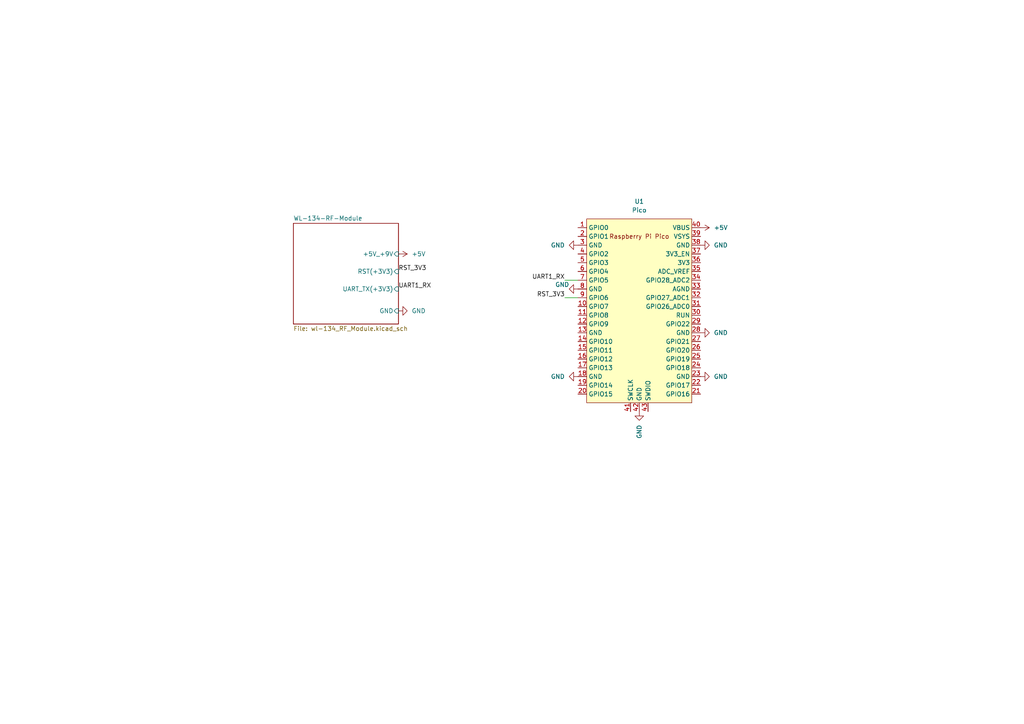
<source format=kicad_sch>
(kicad_sch (version 20230121) (generator eeschema)
  (paper "A4")
  (lib_symbols
    (symbol "MCU_RaspberryPi_and_Boards:Pico"
      (property "Reference" "U" (at -13.97 27.94 0))
      (property "Value" "Pico" (at 0 19.05 0))
      (symbol "Pico_0_0"
        (text "Raspberry Pi Pico" (at 0 21.59 0) (effects (font (size 1.27 1.27))))
      )
      (symbol "Pico_0_1"
        (rectangle (start -15.24 26.67) (end 15.24 -26.67) (fill (type background)))
      )
      (symbol "Pico_1_1"
        (pin bidirectional line (at -17.78 24.13 0) (length 2.54) (name "GPIO0") (number "1"))
        (pin bidirectional line (at -17.78 1.27 0) (length 2.54) (name "GPIO7") (number "10"))
        (pin bidirectional line (at -17.78 -1.27 0) (length 2.54) (name "GPIO8") (number "11"))
        (pin bidirectional line (at -17.78 -3.81 0) (length 2.54) (name "GPIO9") (number "12"))
        (pin power_in line (at -17.78 -6.35 0) (length 2.54) (name "GND") (number "13"))
        (pin bidirectional line (at -17.78 -8.89 0) (length 2.54) (name "GPIO10") (number "14"))
        (pin bidirectional line (at -17.78 -11.43 0) (length 2.54) (name "GPIO11") (number "15"))
        (pin bidirectional line (at -17.78 -13.97 0) (length 2.54) (name "GPIO12") (number "16"))
        (pin bidirectional line (at -17.78 -16.51 0) (length 2.54) (name "GPIO13") (number "17"))
        (pin power_in line (at -17.78 -19.05 0) (length 2.54) (name "GND") (number "18"))
        (pin bidirectional line (at -17.78 -21.59 0) (length 2.54) (name "GPIO14") (number "19"))
        (pin bidirectional line (at -17.78 21.59 0) (length 2.54) (name "GPIO1") (number "2"))
        (pin bidirectional line (at -17.78 -24.13 0) (length 2.54) (name "GPIO15") (number "20"))
        (pin bidirectional line (at 17.78 -24.13 180) (length 2.54) (name "GPIO16") (number "21"))
        (pin bidirectional line (at 17.78 -21.59 180) (length 2.54) (name "GPIO17") (number "22"))
        (pin power_in line (at 17.78 -19.05 180) (length 2.54) (name "GND") (number "23"))
        (pin bidirectional line (at 17.78 -16.51 180) (length 2.54) (name "GPIO18") (number "24"))
        (pin bidirectional line (at 17.78 -13.97 180) (length 2.54) (name "GPIO19") (number "25"))
        (pin bidirectional line (at 17.78 -11.43 180) (length 2.54) (name "GPIO20") (number "26"))
        (pin bidirectional line (at 17.78 -8.89 180) (length 2.54) (name "GPIO21") (number "27"))
        (pin power_in line (at 17.78 -6.35 180) (length 2.54) (name "GND") (number "28"))
        (pin bidirectional line (at 17.78 -3.81 180) (length 2.54) (name "GPIO22") (number "29"))
        (pin power_in line (at -17.78 19.05 0) (length 2.54) (name "GND") (number "3"))
        (pin input line (at 17.78 -1.27 180) (length 2.54) (name "RUN") (number "30"))
        (pin bidirectional line (at 17.78 1.27 180) (length 2.54) (name "GPIO26_ADC0") (number "31"))
        (pin bidirectional line (at 17.78 3.81 180) (length 2.54) (name "GPIO27_ADC1") (number "32"))
        (pin power_in line (at 17.78 6.35 180) (length 2.54) (name "AGND") (number "33"))
        (pin bidirectional line (at 17.78 8.89 180) (length 2.54) (name "GPIO28_ADC2") (number "34"))
        (pin power_in line (at 17.78 11.43 180) (length 2.54) (name "ADC_VREF") (number "35"))
        (pin power_in line (at 17.78 13.97 180) (length 2.54) (name "3V3") (number "36"))
        (pin input line (at 17.78 16.51 180) (length 2.54) (name "3V3_EN") (number "37"))
        (pin bidirectional line (at 17.78 19.05 180) (length 2.54) (name "GND") (number "38"))
        (pin power_in line (at 17.78 21.59 180) (length 2.54) (name "VSYS") (number "39"))
        (pin bidirectional line (at -17.78 16.51 0) (length 2.54) (name "GPIO2") (number "4"))
        (pin power_in line (at 17.78 24.13 180) (length 2.54) (name "VBUS") (number "40"))
        (pin input line (at -2.54 -29.21 90) (length 2.54) (name "SWCLK") (number "41"))
        (pin power_in line (at 0 -29.21 90) (length 2.54) (name "GND") (number "42"))
        (pin bidirectional line (at 2.54 -29.21 90) (length 2.54) (name "SWDIO") (number "43"))
        (pin bidirectional line (at -17.78 13.97 0) (length 2.54) (name "GPIO3") (number "5"))
        (pin bidirectional line (at -17.78 11.43 0) (length 2.54) (name "GPIO4") (number "6"))
        (pin bidirectional line (at -17.78 8.89 0) (length 2.54) (name "GPIO5") (number "7"))
        (pin power_in line (at -17.78 6.35 0) (length 2.54) (name "GND") (number "8"))
        (pin bidirectional line (at -17.78 3.81 0) (length 2.54) (name "GPIO6") (number "9"))
      )
    )
    (symbol "power:+5V" (power) (pin_names (offset 0))
      (property "Value" "+5V" (at 0 3.556 0))
      (symbol "+5V_0_1"
        (polyline (pts (xy -0.762 1.27) (xy 0 2.54)))
        (polyline (pts (xy 0 0) (xy 0 2.54)))
        (polyline (pts (xy 0 2.54) (xy 0.762 1.27)))
      )
      (symbol "+5V_1_1"
        (pin power_in line (at 0 0 90) (length 0) hide (name "+5V") (number "1"))
      )
    )
    (symbol "power:GND" (power) (pin_names (offset 0))
      (property "Value" "GND" (at 0 -3.81 0))
      (symbol "GND_0_1"
        (polyline (pts (xy 0 0) (xy 0 -1.27) (xy 1.27 -1.27) (xy 0 -2.54) (xy -1.27 -1.27) (xy 0 -1.27)))
      )
      (symbol "GND_1_1"
        (pin power_in line (at 0 0 270) (length 0) hide (name "GND") (number "1"))
      )
    )
  )
  (wire (pts (xy 163.83 86.36) (xy 167.64 86.36)))
  (wire (pts (xy 163.83 81.28) (xy 167.64 81.28)))
  (label "RST_3V3" (at 163.83 86.36 180))
  (label "RST_3V3" (at 115.57 78.74 0))
  (label "UART1_RX" (at 115.57 83.82 0))
  (label "UART1_RX" (at 163.83 81.28 180))
  (symbol (lib_id "power:GND") (at 203.2 96.52 90) (unit 1)
    (property "Reference" "#PWR07" (effects hide))
    (property "Value" "GND" (at 207.01 96.52 90) (effects (justify right)))
  )
  (symbol (lib_id "power:GND") (at 185.42 119.38 0) (unit 1)
    (property "Reference" "#PWR011" (effects hide))
    (property "Value" "GND" (at 185.42 123.19 90) (effects (justify right)))
  )
  (symbol (lib_id "power:GND") (at 115.57 90.17 90) (unit 1)
    (property "Reference" "#PWR01" (effects hide))
    (property "Value" "GND" (at 119.38 90.17 90) (effects (justify right)))
  )
  (symbol (lib_id "power:GND") (at 203.2 109.22 90) (unit 1)
    (property "Reference" "#PWR06" (effects hide))
    (property "Value" "GND" (at 207.01 109.22 90) (effects (justify right)))
  )
  (symbol (lib_id "power:+5V") (at 203.2 66.04 270) (unit 1)
    (property "Reference" "#PWR010" (effects hide))
    (property "Value" "+5V" (at 207.01 66.04 90) (effects (justify left)))
  )
  (symbol (lib_id "power:+5V") (at 115.57 73.66 270) (unit 1)
    (property "Reference" "#PWR012" (effects hide))
    (property "Value" "+5V" (at 119.38 73.66 90) (effects (justify left)))
  )
  (symbol (lib_id "power:GND") (at 167.64 109.22 270) (unit 1)
    (property "Reference" "#PWR02" (effects hide))
    (property "Value" "GND" (at 163.83 109.22 90) (effects (justify right)))
  )
  (symbol (lib_id "power:GND") (at 167.64 83.82 270) (unit 1)
    (property "Reference" "#PWR03" (effects hide))
    (property "Value" "GND" (at 165.1 82.55 90) (effects (justify right)))
  )
  (symbol (lib_id "power:GND") (at 167.64 71.12 270) (unit 1)
    (property "Reference" "#PWR04" (effects hide))
    (property "Value" "GND" (at 163.83 71.12 90) (effects (justify right)))
  )
  (symbol (lib_id "MCU_RaspberryPi_and_Boards:Pico") (at 185.42 90.17 0) (unit 1)
    (property "Reference" "U1" (at 185.42 58.42 0))
    (property "Value" "Pico" (at 185.42 60.96 0))
    (property "Footprint" "Module_RaspberryPi_Pico:RaspberryPi_Pico_W_SMD" (effects hide))
  )
  (symbol (lib_id "power:GND") (at 203.2 71.12 90) (unit 1)
    (property "Reference" "#PWR05" (effects hide))
    (property "Value" "GND" (at 207.01 71.12 90) (effects (justify right)))
  )
  (sheet (at 85.09 64.77) (size 30.48 29.21) (stroke (width 0.1524))
    (property "Sheetname" "WL-134-RF-Module" (at 85.09 64.0584 0) (effects (justify left bottom)))
    (property "Sheetfile" "wl-134_RF_Module.kicad_sch" (at 85.09 94.5646 0) (effects (justify left top)))
    (pin "GND" input (at 115.57 90.17 0))
    (pin "+5V_+9V" input (at 115.57 73.66 0))
    (pin "UART_TX(+3V3)" input (at 115.57 83.82 0))
    (pin "RST(+3V3)" input (at 115.57 78.74 0))
  )
)
</source>
